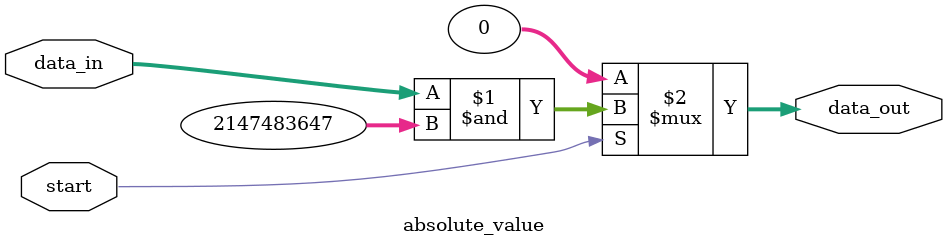
<source format=v>
module absolute_value (
    input [31:0] data_in,
    input start,
    output [31:0] data_out
);

assign data_out = start ? (data_in & 32'h7FFFFFFF) : 32'd0;

endmodule

</source>
